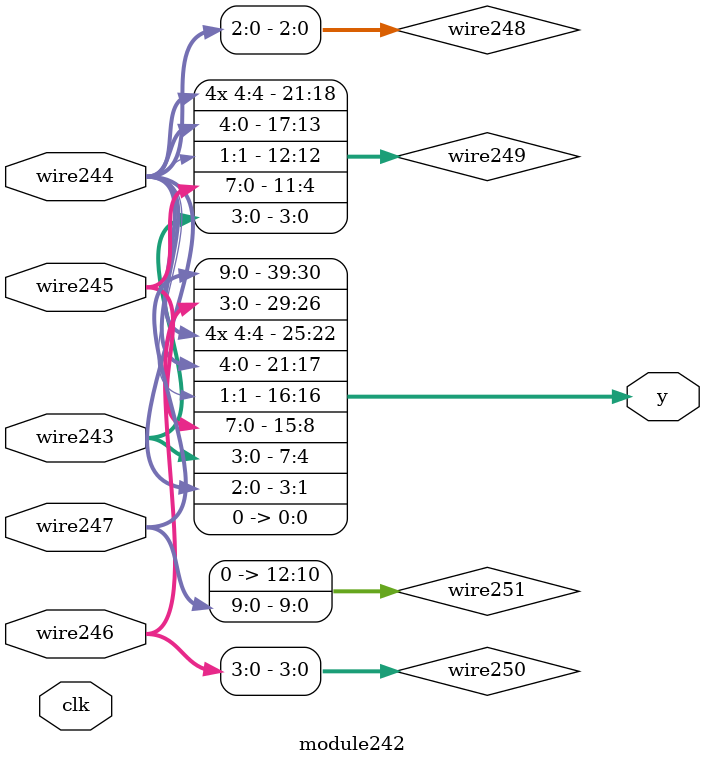
<source format=v>
module top  (y, clk, wire3, wire2, wire1, wire0);
  output wire [(32'h292):(32'h0)] y;
  input wire [(1'h0):(1'h0)] clk;
  input wire [(4'hf):(1'h0)] wire3;
  input wire [(4'hc):(1'h0)] wire2;
  input wire signed [(5'h13):(1'h0)] wire1;
  input wire [(4'hb):(1'h0)] wire0;
  wire [(3'h5):(1'h0)] wire173;
  wire [(4'hd):(1'h0)] wire107;
  wire [(3'h7):(1'h0)] wire106;
  wire [(5'h13):(1'h0)] wire105;
  wire [(4'he):(1'h0)] wire104;
  wire [(4'hb):(1'h0)] wire103;
  wire [(4'hb):(1'h0)] wire93;
  wire signed [(3'h7):(1'h0)] wire91;
  wire signed [(4'hc):(1'h0)] wire175;
  wire [(4'hc):(1'h0)] wire182;
  wire signed [(5'h13):(1'h0)] wire258;
  reg [(5'h12):(1'h0)] reg277 = (1'h0);
  reg [(2'h3):(1'h0)] reg276 = (1'h0);
  reg [(5'h10):(1'h0)] reg275 = (1'h0);
  reg [(2'h2):(1'h0)] reg274 = (1'h0);
  reg [(4'he):(1'h0)] reg273 = (1'h0);
  reg [(4'hd):(1'h0)] reg272 = (1'h0);
  reg signed [(3'h4):(1'h0)] reg271 = (1'h0);
  reg signed [(2'h3):(1'h0)] reg270 = (1'h0);
  reg signed [(4'hc):(1'h0)] reg269 = (1'h0);
  reg signed [(4'hb):(1'h0)] reg268 = (1'h0);
  reg [(2'h3):(1'h0)] reg267 = (1'h0);
  reg [(5'h15):(1'h0)] reg266 = (1'h0);
  reg [(5'h10):(1'h0)] reg265 = (1'h0);
  reg [(3'h6):(1'h0)] reg264 = (1'h0);
  reg [(5'h10):(1'h0)] reg263 = (1'h0);
  reg [(5'h11):(1'h0)] reg262 = (1'h0);
  reg [(4'hd):(1'h0)] reg261 = (1'h0);
  reg [(5'h11):(1'h0)] reg260 = (1'h0);
  reg [(4'hc):(1'h0)] reg110 = (1'h0);
  reg signed [(4'hd):(1'h0)] reg109 = (1'h0);
  reg [(3'h7):(1'h0)] reg108 = (1'h0);
  reg signed [(5'h12):(1'h0)] reg102 = (1'h0);
  reg signed [(5'h13):(1'h0)] reg101 = (1'h0);
  reg signed [(4'h8):(1'h0)] reg100 = (1'h0);
  reg [(3'h6):(1'h0)] reg99 = (1'h0);
  reg signed [(2'h2):(1'h0)] reg98 = (1'h0);
  reg signed [(5'h10):(1'h0)] reg97 = (1'h0);
  reg signed [(4'ha):(1'h0)] reg96 = (1'h0);
  reg [(4'hf):(1'h0)] reg95 = (1'h0);
  reg [(5'h10):(1'h0)] reg94 = (1'h0);
  reg signed [(4'hb):(1'h0)] reg12 = (1'h0);
  reg signed [(5'h10):(1'h0)] reg11 = (1'h0);
  reg signed [(4'h8):(1'h0)] reg10 = (1'h0);
  reg [(2'h2):(1'h0)] reg9 = (1'h0);
  reg signed [(5'h14):(1'h0)] reg8 = (1'h0);
  reg [(5'h14):(1'h0)] reg7 = (1'h0);
  reg signed [(4'hd):(1'h0)] reg6 = (1'h0);
  reg [(3'h7):(1'h0)] reg5 = (1'h0);
  reg [(5'h13):(1'h0)] reg4 = (1'h0);
  reg [(4'hd):(1'h0)] reg176 = (1'h0);
  reg [(4'ha):(1'h0)] reg177 = (1'h0);
  reg signed [(4'hd):(1'h0)] reg178 = (1'h0);
  reg [(5'h11):(1'h0)] reg179 = (1'h0);
  reg [(2'h3):(1'h0)] reg180 = (1'h0);
  reg signed [(4'h8):(1'h0)] reg181 = (1'h0);
  assign y = {wire173,
                 wire107,
                 wire106,
                 wire105,
                 wire104,
                 wire103,
                 wire93,
                 wire91,
                 wire175,
                 wire182,
                 wire258,
                 reg277,
                 reg276,
                 reg275,
                 reg274,
                 reg273,
                 reg272,
                 reg271,
                 reg270,
                 reg269,
                 reg268,
                 reg267,
                 reg266,
                 reg265,
                 reg264,
                 reg263,
                 reg262,
                 reg261,
                 reg260,
                 reg110,
                 reg109,
                 reg108,
                 reg102,
                 reg101,
                 reg100,
                 reg99,
                 reg98,
                 reg97,
                 reg96,
                 reg95,
                 reg94,
                 reg12,
                 reg11,
                 reg10,
                 reg9,
                 reg8,
                 reg7,
                 reg6,
                 reg5,
                 reg4,
                 reg176,
                 reg177,
                 reg178,
                 reg179,
                 reg180,
                 reg181,
                 (1'h0)};
  always
    @(posedge clk) begin
      reg4 <= wire3;
      reg5 <= (reg4 ?
          (wire1[(4'h9):(3'h7)] | $signed((-$unsigned(wire1)))) : wire2[(2'h3):(2'h3)]);
      if ($signed($signed((((|reg5) ?
          (reg4 ? wire0 : wire3) : $signed(wire3)) << wire0))))
        begin
          reg6 <= (8'had);
          reg7 <= wire3[(4'hb):(2'h2)];
          reg8 <= reg6[(3'h6):(3'h6)];
          if (((wire0 >>> ((~{wire0,
              wire3}) >= (wire2[(4'h9):(3'h6)] << (wire3 + wire1)))) * $signed($signed(($signed(wire0) ?
              wire0 : (reg7 ? (7'h44) : wire3))))))
            begin
              reg9 <= $unsigned(((^$signed($signed(reg4))) ?
                  ($unsigned((&(8'hbb))) * $signed((&reg8))) : wire3[(4'hd):(3'h7)]));
              reg10 <= (~|(({((8'hb1) <= wire3)} ?
                      (+reg4[(3'h7):(3'h5)]) : ((reg5 || wire3) >> reg5)) ?
                  wire3[(4'he):(4'h9)] : (^~{$unsigned(reg8)})));
            end
          else
            begin
              reg9 <= ({((((8'ha7) ? reg10 : wire0) ?
                          (wire1 < wire0) : (wire3 >> reg9)) < reg9[(1'h1):(1'h0)])} ?
                  reg9 : wire2[(2'h2):(2'h2)]);
              reg10 <= reg7;
              reg11 <= ((((~^(reg4 ? reg9 : reg10)) ?
                      (+((8'h9e) ? wire2 : (7'h42))) : $signed((^~wire1))) ?
                  $signed((reg10[(3'h5):(1'h1)] ?
                      (|wire1) : (^(8'ha6)))) : reg9[(1'h0):(1'h0)]) > wire0);
            end
          reg12 <= ($unsigned({$signed((^reg9))}) >> ($unsigned(reg8) ?
              (reg9[(1'h1):(1'h0)] << reg4) : wire1[(4'h9):(3'h5)]));
        end
      else
        begin
          reg6 <= reg4[(3'h7):(1'h0)];
          if ((+(wire3 ?
              (+{wire3[(3'h5):(3'h5)],
                  (reg10 ? reg12 : wire3)}) : (^wire2[(2'h3):(1'h0)]))))
            begin
              reg7 <= ({(-{(~|(8'h9c)), (reg8 ? wire3 : reg4)})} ?
                  $unsigned({$signed({reg5}),
                      $unsigned(reg11[(2'h2):(1'h0)])}) : {reg10[(1'h0):(1'h0)]});
            end
          else
            begin
              reg7 <= reg10;
              reg8 <= (~|{$signed($signed($signed((8'hb6))))});
            end
          reg9 <= ($signed(reg8) != reg9);
          reg10 <= (8'haa);
        end
    end
  module13 #() modinst92 (.y(wire91), .wire17(reg6), .wire16(reg11), .clk(clk), .wire15(reg7), .wire14(reg4));
  assign wire93 = ((8'hbb) || ((8'haa) ?
                      (~$unsigned((reg10 <= reg10))) : {$unsigned(wire2),
                          ($signed(wire91) * $signed(wire1))}));
  always
    @(posedge clk) begin
      if ($signed({(reg6[(4'hb):(2'h3)] * $signed((~(8'hbf))))}))
        begin
          reg94 <= {{reg10[(4'h8):(3'h5)],
                  (+(((8'ha6) == wire2) ?
                      $unsigned(wire0) : reg7[(5'h11):(3'h4)]))},
              (^(($signed(reg4) <= (-wire1)) ?
                  reg8[(4'ha):(1'h0)] : ($signed(wire2) >> ((8'hab) < reg5))))};
          reg95 <= ((~^$unsigned($signed((wire91 || wire0)))) <<< $signed(((8'hac) ?
              $signed((^(8'hae))) : $signed(wire93))));
          reg96 <= reg4[(4'hd):(2'h2)];
          reg97 <= (((~|wire2) ?
              (reg9[(1'h0):(1'h0)] ?
                  $signed((reg12 ? (8'hb4) : wire91)) : ((wire1 ?
                          wire91 : reg6) ?
                      $unsigned(reg5) : $signed(reg96))) : (-(8'hba))) > (+({wire0[(1'h0):(1'h0)]} ?
              ((wire0 ^ (8'hbf)) ?
                  $signed(reg5) : reg5[(2'h3):(2'h2)]) : reg95)));
          reg98 <= (($signed({(wire3 - (8'hb1))}) < wire1) >= (&wire1[(4'hb):(4'h9)]));
        end
      else
        begin
          reg94 <= $unsigned((~^($signed((wire2 | reg97)) >= {reg98[(1'h1):(1'h1)],
              (&(8'hb4))})));
          reg95 <= (reg8 > reg12);
          reg96 <= (&($signed(($unsigned(reg96) <<< ((8'h9c) ?
                  wire2 : reg98))) ?
              ((~|$unsigned(reg9)) == $signed($unsigned(reg5))) : (wire3[(4'h8):(4'h8)] | (reg7[(3'h5):(2'h2)] ?
                  (~&wire0) : (~&wire3)))));
        end
      reg99 <= $signed(({$unsigned($unsigned(reg9)), reg4[(3'h4):(3'h4)]} ?
          ($signed((&reg12)) >= (((8'ha6) ? reg7 : reg12) < {reg97,
              reg94})) : (reg94[(3'h6):(1'h1)] >>> wire3[(3'h6):(3'h5)])));
      reg100 <= $unsigned((~($signed(reg7) ?
          reg8[(4'hb):(3'h7)] : $unsigned($unsigned(wire91)))));
      reg101 <= (+(reg4[(3'h4):(2'h2)] ?
          (^reg97) : {(+((8'ha8) ? wire3 : wire93)), (~|reg5)}));
      reg102 <= {(~&$signed({(reg10 * wire2), $unsigned((8'hb2))})),
          (~^(({reg95, wire93} ?
              (reg100 ?
                  (8'hbd) : reg5) : $unsigned(reg12)) & (reg12[(4'ha):(4'h8)] != (+wire1))))};
    end
  assign wire103 = $signed($unsigned((wire91 ?
                       $unsigned(reg94[(4'hf):(3'h4)]) : $signed({wire91}))));
  assign wire104 = $signed(reg97);
  assign wire105 = ($signed($unsigned(reg11)) != (($signed((&reg96)) ?
                           reg10 : $unsigned(wire91[(3'h4):(1'h0)])) ?
                       reg5[(3'h4):(1'h0)] : (-wire2)));
  assign wire106 = $unsigned(reg99[(3'h4):(3'h4)]);
  assign wire107 = (~((|$signed((reg12 ? reg8 : wire3))) ^~ reg98));
  always
    @(posedge clk) begin
      reg108 <= (wire103[(1'h1):(1'h0)] <= ((((wire91 ? reg94 : wire105) ?
              $signed(wire107) : (^reg7)) ?
          {(reg8 + wire91)} : reg4[(4'h9):(4'h8)]) - $unsigned({(wire0 ?
              reg9 : reg99)})));
      reg109 <= ($unsigned((~((8'h9f) & (reg5 ? wire106 : reg12)))) || wire0);
      reg110 <= $signed(reg108[(3'h6):(3'h5)]);
    end
  module111 #() modinst174 (wire173, clk, reg95, reg8, reg4, wire107);
  assign wire175 = ((reg98[(2'h2):(1'h0)] ?
                       (|(reg101[(3'h6):(2'h2)] ?
                           reg108[(3'h7):(1'h0)] : (~^wire173))) : wire173[(2'h2):(1'h0)]) * $signed($unsigned({((8'haa) ?
                           reg9 : (8'hb5)),
                       reg12})));
  always
    @(posedge clk) begin
      reg176 <= reg96;
      reg177 <= (((($signed(reg108) - (~&reg110)) ?
              {((8'ha6) ? wire107 : wire3),
                  wire104[(1'h0):(1'h0)]} : reg7[(2'h2):(2'h2)]) >> $signed(reg98[(2'h2):(2'h2)])) ?
          (8'ha3) : reg7[(2'h2):(2'h2)]);
      if ($unsigned($signed(($signed({(8'ha4)}) ?
          ((&wire104) & $unsigned((8'hb6))) : $signed((reg177 >> reg11))))))
        begin
          reg178 <= (reg99[(3'h6):(3'h5)] >> {((8'hba) < $signed({reg98,
                  reg110}))});
        end
      else
        begin
          reg178 <= reg95[(4'hd):(2'h2)];
        end
      reg179 <= ($signed(((reg11 ? reg177[(1'h0):(1'h0)] : $signed(wire175)) ?
              (reg7[(4'hd):(1'h1)] >= ((7'h43) ?
                  wire103 : wire2)) : ((~wire3) > $unsigned(reg101)))) ?
          reg11[(1'h0):(1'h0)] : reg6);
      if (((wire1[(4'h9):(3'h4)] ? (|$unsigned(wire103)) : reg110) ?
          $unsigned((({reg176} || $signed((8'hac))) ~^ ($unsigned(wire3) ?
              wire2 : {wire106}))) : (reg96 ?
              {$signed(((8'hac) ? reg101 : reg177)),
                  (~(reg7 ? wire107 : reg12))} : ($unsigned((reg8 ?
                  wire3 : wire104)) << (^(^~reg9))))))
        begin
          reg180 <= $unsigned(wire91);
        end
      else
        begin
          reg180 <= $signed(($signed((8'ha5)) << (((reg98 ?
              reg176 : reg12) >>> $unsigned(reg97)) & $unsigned((reg177 ?
              reg9 : reg180)))));
          reg181 <= {$unsigned(reg97[(3'h6):(1'h0)])};
        end
    end
  assign wire182 = ($signed($signed(((reg101 - wire105) ^ (|wire3)))) ?
                       reg5[(3'h4):(1'h0)] : $unsigned($unsigned(($signed((7'h40)) >> (+reg98)))));
  module183 #() modinst259 (wire258, clk, reg97, wire105, reg4, reg102);
  always
    @(posedge clk) begin
      reg260 <= $unsigned(wire258);
      reg261 <= reg97;
      if (((wire2[(3'h4):(2'h3)] ?
          ((reg108 ? $signed(reg96) : (~reg260)) ?
              (~$signed(reg109)) : $signed(wire173)) : ($unsigned({(8'ha2)}) ^~ wire105)) >= $signed((!reg6))))
        begin
          if ($unsigned({$unsigned(($unsigned((8'h9d)) ?
                  (wire107 ? reg108 : reg98) : reg9))}))
            begin
              reg262 <= ($signed(reg176[(2'h3):(2'h2)]) ?
                  (~^{$unsigned($signed(wire182)),
                      ($signed(reg110) > $unsigned(reg8))}) : (reg180 - ($unsigned(wire106) ?
                      ({(8'ha3)} >= (reg9 || (8'had))) : {(reg95 ?
                              wire175 : reg176)})));
            end
          else
            begin
              reg262 <= {({(~|(reg177 <= (8'h9c))), reg260[(4'hf):(4'hb)]} ?
                      (~wire2[(1'h1):(1'h0)]) : {((~wire173) || {(8'hba)})})};
              reg263 <= $unsigned($unsigned({reg11[(1'h0):(1'h0)]}));
              reg264 <= (~^$unsigned(({(reg8 == wire258), (8'hbd)} ?
                  (((8'h9f) << wire3) >>> $unsigned(reg7)) : $signed((+reg4)))));
            end
          reg265 <= reg97[(1'h0):(1'h0)];
        end
      else
        begin
          reg262 <= (reg178 ?
              (~^{(!reg108),
                  ((wire173 == reg94) ? wire91 : {reg99, wire0})}) : ((({wire91,
                              wire1} ?
                          reg100[(2'h3):(1'h1)] : $signed(wire105)) ?
                      (reg181[(3'h7):(1'h1)] ?
                          wire1 : wire103) : (wire107[(3'h7):(2'h2)] | reg5)) ?
                  (~(reg265[(2'h3):(2'h3)] ?
                      (wire103 ?
                          reg263 : wire91) : {(7'h40)})) : wire106[(3'h7):(3'h6)]));
          if (reg100)
            begin
              reg263 <= $unsigned(wire0);
              reg264 <= (~^$unsigned($signed({reg95[(1'h0):(1'h0)]})));
            end
          else
            begin
              reg263 <= {reg178};
              reg264 <= wire2;
              reg265 <= ((reg180 <<< wire0) >= wire182);
              reg266 <= ((!reg263) ?
                  (reg110 ^ (reg177 ?
                      reg8 : $signed(((8'hbb) > reg101)))) : wire107);
            end
          reg267 <= $signed($unsigned(reg263));
          reg268 <= ((^(wire0[(3'h4):(1'h0)] ?
              reg102[(1'h1):(1'h1)] : wire93)) > reg263);
          reg269 <= ((8'ha3) + reg96);
        end
      if (wire173[(2'h2):(2'h2)])
        begin
          reg270 <= {reg108};
          reg271 <= (wire258[(4'he):(3'h6)] ? reg262 : (8'hb1));
          reg272 <= (reg270[(1'h1):(1'h0)] ?
              ($signed($unsigned(((8'haa) | (8'ha3)))) > (reg263[(3'h6):(1'h0)] ?
                  $signed({(8'hb2)}) : reg262)) : (~|((~^$unsigned(reg11)) <= $unsigned((reg176 >>> reg110)))));
          if (wire103[(3'h7):(3'h4)])
            begin
              reg273 <= wire258;
              reg274 <= reg178[(4'h9):(4'h9)];
              reg275 <= (reg97 ?
                  (($signed(reg274[(1'h0):(1'h0)]) && ((reg6 ?
                      (8'hb6) : reg8) >> $signed(reg8))) + {((reg101 ?
                          reg96 : (8'ha1)) << $signed((7'h43)))}) : (~|(((wire258 ^ reg271) < $signed((8'hb8))) - $unsigned($unsigned(reg109)))));
              reg276 <= $unsigned((({((8'hb6) ? reg99 : wire104)} ?
                  $signed(wire104) : $signed($signed(reg6))) >> (&{$unsigned(reg274),
                  (reg267 <= reg102)})));
            end
          else
            begin
              reg273 <= ((reg5[(2'h3):(2'h2)] >> reg271) * reg102[(4'hd):(3'h6)]);
            end
        end
      else
        begin
          reg270 <= (^~$unsigned(($unsigned((wire106 ?
              wire0 : reg12)) * {reg102[(4'he):(4'h8)]})));
          if ((~(((~^$signed((8'hb5))) ?
              {(reg10 ? (7'h42) : reg179)} : ($signed(reg181) ?
                  reg98 : $signed(reg176))) & {$unsigned(((8'hac) <<< (7'h43))),
              (((8'hb5) ? (7'h42) : reg181) - {reg9, reg109})})))
            begin
              reg271 <= reg267;
              reg272 <= wire91;
            end
          else
            begin
              reg271 <= ($unsigned(($signed($unsigned(reg276)) == (~{reg275,
                  reg275}))) > $unsigned($unsigned(reg266)));
              reg272 <= ($unsigned(reg264[(2'h3):(2'h3)]) < $unsigned($signed(reg10)));
            end
          reg273 <= (&$signed($signed($unsigned((wire0 ~^ wire105)))));
          if ($signed(((((reg98 ? wire91 : (8'hb5)) || $unsigned(reg94)) ?
                  ((8'ha5) <<< (~wire3)) : $unsigned((!reg271))) ?
              {reg110[(1'h0):(1'h0)]} : $unsigned(wire93[(4'h9):(1'h0)]))))
            begin
              reg274 <= $unsigned($unsigned($signed(reg274)));
            end
          else
            begin
              reg274 <= $signed($unsigned(((!wire104[(2'h3):(2'h3)]) ?
                  $unsigned($unsigned(reg261)) : (8'ha9))));
              reg275 <= ((~^$unsigned((^(+reg266)))) >>> ($signed(((reg264 ?
                      wire107 : reg267) == (reg9 + reg268))) ?
                  reg274[(1'h0):(1'h0)] : $unsigned($unsigned($unsigned((8'haa))))));
              reg276 <= reg275;
            end
        end
      reg277 <= (reg176[(3'h5):(3'h5)] ?
          $unsigned($signed(wire107[(1'h1):(1'h0)])) : $unsigned($unsigned($signed($unsigned(reg95)))));
    end
endmodule

module module183  (y, clk, wire184, wire185, wire186, wire187);
  output wire [(32'h27e):(32'h0)] y;
  input wire [(1'h0):(1'h0)] clk;
  input wire signed [(5'h10):(1'h0)] wire184;
  input wire signed [(4'h9):(1'h0)] wire185;
  input wire signed [(5'h13):(1'h0)] wire186;
  input wire [(5'h10):(1'h0)] wire187;
  wire [(4'hc):(1'h0)] wire257;
  wire signed [(4'ha):(1'h0)] wire256;
  wire [(4'hd):(1'h0)] wire210;
  wire [(5'h10):(1'h0)] wire215;
  wire signed [(4'ha):(1'h0)] wire216;
  wire [(3'h7):(1'h0)] wire217;
  wire [(3'h4):(1'h0)] wire218;
  wire signed [(5'h12):(1'h0)] wire222;
  wire signed [(5'h13):(1'h0)] wire223;
  wire [(5'h13):(1'h0)] wire224;
  wire [(2'h2):(1'h0)] wire225;
  wire signed [(2'h3):(1'h0)] wire226;
  wire [(4'hc):(1'h0)] wire227;
  wire [(2'h3):(1'h0)] wire228;
  wire [(4'h8):(1'h0)] wire241;
  wire [(4'ha):(1'h0)] wire254;
  reg [(3'h5):(1'h0)] reg240 = (1'h0);
  reg signed [(5'h14):(1'h0)] reg239 = (1'h0);
  reg signed [(4'hf):(1'h0)] reg238 = (1'h0);
  reg [(3'h6):(1'h0)] reg237 = (1'h0);
  reg [(4'hf):(1'h0)] reg236 = (1'h0);
  reg [(3'h7):(1'h0)] reg235 = (1'h0);
  reg signed [(5'h10):(1'h0)] reg234 = (1'h0);
  reg signed [(4'h8):(1'h0)] reg233 = (1'h0);
  reg [(2'h2):(1'h0)] reg232 = (1'h0);
  reg signed [(5'h14):(1'h0)] reg231 = (1'h0);
  reg [(4'hb):(1'h0)] reg230 = (1'h0);
  reg signed [(4'hc):(1'h0)] reg229 = (1'h0);
  reg signed [(4'h8):(1'h0)] reg221 = (1'h0);
  reg signed [(4'hf):(1'h0)] reg220 = (1'h0);
  reg signed [(5'h10):(1'h0)] reg219 = (1'h0);
  reg signed [(5'h13):(1'h0)] reg214 = (1'h0);
  reg [(3'h6):(1'h0)] reg213 = (1'h0);
  reg [(2'h3):(1'h0)] reg212 = (1'h0);
  reg signed [(4'h9):(1'h0)] reg211 = (1'h0);
  reg signed [(5'h11):(1'h0)] reg209 = (1'h0);
  reg [(4'h8):(1'h0)] reg208 = (1'h0);
  reg [(5'h10):(1'h0)] reg207 = (1'h0);
  reg [(3'h6):(1'h0)] reg206 = (1'h0);
  reg signed [(3'h6):(1'h0)] reg205 = (1'h0);
  reg signed [(4'hf):(1'h0)] reg204 = (1'h0);
  reg [(3'h4):(1'h0)] reg203 = (1'h0);
  reg [(3'h6):(1'h0)] reg202 = (1'h0);
  reg signed [(2'h3):(1'h0)] reg201 = (1'h0);
  reg [(3'h6):(1'h0)] reg200 = (1'h0);
  reg [(5'h14):(1'h0)] reg199 = (1'h0);
  reg signed [(5'h13):(1'h0)] reg198 = (1'h0);
  reg [(2'h3):(1'h0)] reg197 = (1'h0);
  reg [(4'hf):(1'h0)] reg196 = (1'h0);
  reg [(4'h8):(1'h0)] reg195 = (1'h0);
  reg signed [(4'hd):(1'h0)] reg194 = (1'h0);
  reg signed [(4'hc):(1'h0)] reg193 = (1'h0);
  reg signed [(5'h14):(1'h0)] reg192 = (1'h0);
  reg [(3'h7):(1'h0)] reg191 = (1'h0);
  reg signed [(5'h13):(1'h0)] reg190 = (1'h0);
  reg signed [(5'h10):(1'h0)] reg189 = (1'h0);
  reg [(5'h13):(1'h0)] reg188 = (1'h0);
  assign y = {wire257,
                 wire256,
                 wire210,
                 wire215,
                 wire216,
                 wire217,
                 wire218,
                 wire222,
                 wire223,
                 wire224,
                 wire225,
                 wire226,
                 wire227,
                 wire228,
                 wire241,
                 wire254,
                 reg240,
                 reg239,
                 reg238,
                 reg237,
                 reg236,
                 reg235,
                 reg234,
                 reg233,
                 reg232,
                 reg231,
                 reg230,
                 reg229,
                 reg221,
                 reg220,
                 reg219,
                 reg214,
                 reg213,
                 reg212,
                 reg211,
                 reg209,
                 reg208,
                 reg207,
                 reg206,
                 reg205,
                 reg204,
                 reg203,
                 reg202,
                 reg201,
                 reg200,
                 reg199,
                 reg198,
                 reg197,
                 reg196,
                 reg195,
                 reg194,
                 reg193,
                 reg192,
                 reg191,
                 reg190,
                 reg189,
                 reg188,
                 (1'h0)};
  always
    @(posedge clk) begin
      if (((wire186 != wire186) > {(~|$signed($signed(wire187)))}))
        begin
          if (((($signed(((8'ha1) ? wire185 : wire187)) ?
                      wire187[(4'he):(4'he)] : (~&$unsigned(wire186))) ?
                  ($unsigned((wire184 && wire185)) ?
                      (wire187 ?
                          (~^wire184) : {wire187,
                              wire185}) : $unsigned((wire186 ?
                          wire185 : wire184))) : {wire185[(3'h7):(2'h2)]}) ?
              {$signed($signed(((8'hab) ? wire186 : wire187))),
                  $signed(wire184[(4'hb):(4'hb)])} : (^{wire187,
                  $unsigned((wire184 && wire184))})))
            begin
              reg188 <= (~&$unsigned((8'hb7)));
              reg189 <= {$unsigned(reg188[(2'h3):(2'h3)])};
            end
          else
            begin
              reg188 <= wire187;
            end
          reg190 <= (-{((wire186 ?
                  $unsigned(reg189) : $unsigned((8'ha3))) == (~|$signed(reg189)))});
        end
      else
        begin
          if (reg189[(2'h2):(1'h0)])
            begin
              reg188 <= $unsigned((wire186 << {(wire187[(4'hf):(4'hb)] || reg190)}));
              reg189 <= {$unsigned({$signed((|wire187))}),
                  {(^~$signed($signed((8'hb7))))}};
            end
          else
            begin
              reg188 <= wire185[(1'h0):(1'h0)];
              reg189 <= reg189;
              reg190 <= {reg189, wire187[(3'h4):(1'h0)]};
              reg191 <= $unsigned(reg189[(3'h7):(3'h6)]);
              reg192 <= wire186[(5'h12):(4'he)];
            end
        end
      if (wire184)
        begin
          reg193 <= $unsigned((~^(~^$unsigned($unsigned((8'hb6))))));
          reg194 <= $unsigned((~reg193));
          reg195 <= ({(~^(^~(reg194 != reg192))),
              wire186[(1'h1):(1'h0)]} ^~ (!$signed((|(~|reg192)))));
          reg196 <= reg191[(1'h1):(1'h1)];
          if (((reg189[(2'h3):(1'h0)] | ((reg194[(3'h5):(3'h4)] ?
                  $signed(wire187) : (reg191 ? reg194 : reg191)) ?
              (~|(reg192 < wire186)) : $signed(reg196[(1'h1):(1'h0)]))) >> wire185[(3'h6):(1'h1)]))
            begin
              reg197 <= (-$unsigned({$signed((reg191 ? wire186 : wire186)),
                  wire186[(4'hc):(4'hc)]}));
              reg198 <= $signed(reg190);
              reg199 <= (+$signed({$signed($unsigned(reg189))}));
              reg200 <= reg199;
              reg201 <= ($unsigned(wire187) >> wire185[(1'h1):(1'h0)]);
            end
          else
            begin
              reg197 <= ($signed(reg193[(4'hb):(4'hb)]) | (7'h42));
              reg198 <= reg195;
              reg199 <= (|(&$unsigned((reg190 ?
                  $unsigned(reg201) : (!reg193)))));
            end
        end
      else
        begin
          if ((((wire187[(5'h10):(3'h7)] & {(~(8'ha9)),
              (wire184 ?
                  reg189 : reg188)}) * reg190) ^~ ($signed(wire187) << $unsigned(reg191))))
            begin
              reg193 <= (($unsigned($signed({wire184,
                  (8'ha7)})) > (8'hb3)) && wire187);
            end
          else
            begin
              reg193 <= reg200[(2'h3):(1'h1)];
              reg194 <= ((+$signed((-{(8'hac)}))) * ($signed($unsigned((!reg188))) ?
                  ({$unsigned(reg196)} << reg198[(2'h2):(1'h1)]) : (reg188 ^~ (reg194 ?
                      (^wire184) : $unsigned(wire187)))));
            end
        end
      reg202 <= reg198;
      if ((((^reg191[(1'h0):(1'h0)]) != $unsigned($signed(wire184[(1'h0):(1'h0)]))) ?
          reg191 : {(reg200 ?
                  (^~(8'hbc)) : $signed((reg193 ? reg196 : reg193)))}))
        begin
          reg203 <= reg189;
        end
      else
        begin
          if (($unsigned($unsigned((|reg197[(1'h1):(1'h1)]))) << ($unsigned($signed({reg200,
                  reg199})) ?
              {((^reg199) ^ {reg198}),
                  reg200} : $signed(wire185[(2'h2):(2'h2)]))))
            begin
              reg203 <= (reg188 ?
                  reg195[(1'h1):(1'h0)] : (~|$signed({reg202,
                      ((8'hbb) ? (8'hba) : wire186)})));
              reg204 <= ($unsigned($signed($signed(reg198))) ?
                  wire186[(5'h13):(4'h9)] : ((|$unsigned((~^reg200))) | ($unsigned((reg199 ?
                          reg198 : reg199)) ?
                      (wire184[(4'hd):(4'h8)] ?
                          (|reg201) : (+reg192)) : {{wire187}})));
            end
          else
            begin
              reg203 <= reg193;
              reg204 <= reg188[(5'h13):(4'h8)];
              reg205 <= {(wire184 ?
                      (reg194[(3'h4):(2'h2)] == $signed(reg198[(5'h13):(5'h10)])) : (!(!((8'hb0) ?
                          reg199 : wire186))))};
            end
          reg206 <= reg199[(4'h8):(1'h1)];
        end
      if ({wire186[(4'hd):(1'h0)]})
        begin
          reg207 <= {$unsigned({(~(&wire187)),
                  $unsigned((reg192 ? reg197 : reg193))}),
              (reg206 ?
                  $unsigned($unsigned(((8'ha1) ?
                      reg200 : reg193))) : {$signed(reg193),
                      (|reg194[(2'h2):(1'h1)])})};
        end
      else
        begin
          reg207 <= ((reg201 > (-$signed($unsigned(reg190)))) ?
              ((~$signed((8'hb4))) ?
                  reg206 : $signed($unsigned((reg189 ?
                      reg188 : reg188)))) : {((8'hb5) ?
                      (|(+(8'ha8))) : $signed(reg205[(1'h0):(1'h0)]))});
          reg208 <= reg199[(4'hb):(1'h0)];
          reg209 <= (!($unsigned(((~&reg193) >>> (~|reg205))) ?
              (!reg207) : (!{reg189, {reg202, reg197}})));
        end
    end
  assign wire210 = reg203[(3'h4):(3'h4)];
  always
    @(posedge clk) begin
      reg211 <= reg204[(1'h0):(1'h0)];
      reg212 <= {reg209[(4'hd):(3'h5)]};
      reg213 <= reg207;
      reg214 <= $unsigned($unsigned((((~&reg196) ^~ (reg213 | reg196)) ?
          (~^$signed(wire185)) : reg193)));
    end
  assign wire215 = $unsigned((&(reg214 ?
                       (reg214 > ((7'h42) == reg192)) : (^wire210))));
  assign wire216 = (^(|reg191));
  assign wire217 = $unsigned(((~&reg213[(1'h1):(1'h0)]) ?
                       (!(!{(8'hb4), reg199})) : $unsigned(({reg199} ?
                           (reg205 ? reg206 : reg211) : $signed(wire216)))));
  assign wire218 = $unsigned({(8'ha3), reg213[(1'h0):(1'h0)]});
  always
    @(posedge clk) begin
      reg219 <= (-(((!(reg201 ? reg193 : reg193)) ?
              reg204 : $signed((reg196 ? wire187 : reg205))) ?
          reg209 : $unsigned(reg200[(3'h5):(1'h1)])));
      reg220 <= {$unsigned($signed($signed($signed((8'ha8)))))};
      reg221 <= ($signed(reg196) > $unsigned(reg204[(1'h1):(1'h1)]));
    end
  assign wire222 = (+(reg190 | $signed((8'hac))));
  assign wire223 = reg208;
  assign wire224 = ($unsigned($signed(wire187[(4'hb):(4'hb)])) ?
                       {{{wire210, (reg190 - reg189)}},
                           $signed(wire217[(3'h4):(1'h0)])} : ($signed(reg211[(4'h9):(1'h0)]) && (~|(^~(wire185 ^~ reg208)))));
  assign wire225 = wire223[(1'h1):(1'h1)];
  assign wire226 = (reg205[(1'h1):(1'h0)] == $unsigned((reg220[(4'h8):(3'h6)] ?
                       $unsigned(reg189) : $signed({reg209}))));
  assign wire227 = (($unsigned(((^~(8'hac)) + reg208[(3'h6):(3'h5)])) >= $signed({wire216[(1'h1):(1'h0)],
                           {reg207, wire223}})) ?
                       ({$unsigned(wire187[(3'h7):(3'h6)])} ?
                           wire187 : ({reg199} >>> ($unsigned(reg200) || $signed(wire215)))) : reg199);
  assign wire228 = $unsigned((~|$unsigned(reg191[(3'h7):(2'h2)])));
  always
    @(posedge clk) begin
      if (reg189[(4'hc):(3'h5)])
        begin
          if ($signed(reg202))
            begin
              reg229 <= wire215[(3'h4):(1'h1)];
            end
          else
            begin
              reg229 <= $signed((((reg205[(3'h4):(3'h4)] ?
                  (reg205 ? reg229 : wire185) : (8'hac)) >> $unsigned((reg204 ?
                  reg196 : reg220))) <= (^~$unsigned(wire186[(3'h6):(2'h2)]))));
              reg230 <= (+(^~(reg208 > ($signed(reg192) ?
                  (wire222 >>> wire184) : reg199[(3'h4):(3'h4)]))));
              reg231 <= {(wire187[(4'hc):(4'h9)] != ($signed((reg208 ?
                      (8'ha1) : (8'hb8))) > $signed({reg209}))),
                  $signed($signed($signed($unsigned((8'hbd)))))};
              reg232 <= (($signed(($unsigned(reg201) ?
                          $unsigned(reg230) : (wire226 ? wire224 : wire215))) ?
                      $signed(reg198) : $signed(reg189[(4'hf):(4'h9)])) ?
                  $signed((reg194 <<< (^wire186))) : reg188);
            end
          reg233 <= reg220[(4'hd):(1'h0)];
          reg234 <= $unsigned(($signed(reg202) ?
              ($signed(reg211[(4'h8):(3'h6)]) ?
                  $unsigned(reg199[(1'h0):(1'h0)]) : (wire222[(2'h3):(2'h3)] <<< $signed(wire210))) : {(reg214[(3'h6):(1'h0)] ?
                      (8'hba) : (~|(8'hbc)))}));
          reg235 <= $signed($signed($unsigned($unsigned(reg189[(4'hc):(4'h9)]))));
        end
      else
        begin
          reg229 <= (~(~^$unsigned((|(reg235 * reg196)))));
          if ((^~$unsigned(($signed(((7'h42) <= (8'ha1))) >> $unsigned(wire186)))))
            begin
              reg230 <= $signed((reg231[(4'hc):(4'hc)] ~^ (8'h9c)));
              reg231 <= wire228;
              reg232 <= ((|$unsigned({reg221[(2'h2):(1'h1)],
                  (reg231 ?
                      wire226 : wire215)})) * $unsigned(reg195[(3'h4):(3'h4)]));
              reg233 <= ((wire187 >> (({wire218} ?
                      (wire217 ? wire185 : wire225) : reg204) - {{(8'h9e)},
                      reg209})) ?
                  ((((+reg211) ?
                      {wire184, reg219} : {(8'h9d),
                          (8'hab)}) >> $signed($signed(wire228))) != ($signed($signed(reg188)) ?
                      ((wire226 ?
                          reg195 : reg201) > $signed(wire217)) : reg188[(3'h4):(2'h3)])) : ((wire227 ?
                          (^~reg234) : (~$signed(reg199))) ?
                      ($unsigned(reg202) ?
                          (reg199 ~^ (~&reg231)) : $unsigned(wire185)) : (^$unsigned({reg207}))));
              reg234 <= $unsigned((reg209 ^~ (reg214 != $signed({wire225,
                  reg196}))));
            end
          else
            begin
              reg230 <= (($unsigned((^$signed(reg189))) ?
                      reg211 : $unsigned(((wire210 ?
                          reg213 : wire184) != $unsigned(reg194)))) ?
                  (^(($unsigned((8'hb4)) ?
                      $signed(wire217) : {wire216}) + $unsigned((8'haa)))) : (-$signed(wire217[(2'h2):(1'h1)])));
              reg231 <= reg195;
              reg232 <= ((8'had) != $signed(((^(wire226 ?
                  (8'haf) : wire216)) << reg208)));
              reg233 <= reg206;
            end
          reg235 <= $signed({{reg189[(1'h1):(1'h0)]}});
          reg236 <= $signed((((wire184 ?
                  (~^reg221) : $signed(reg214)) || (reg230 < (reg232 ?
                  (8'hbc) : reg202))) ?
              $signed(((reg231 ?
                  wire186 : reg208) <= $unsigned(reg198))) : $unsigned({(8'ha7),
                  wire217[(1'h0):(1'h0)]})));
        end
      reg237 <= $unsigned($unsigned((8'ha8)));
      reg238 <= {((|(reg192[(1'h1):(1'h0)] - reg200)) ?
              (!{(8'hb8)}) : {$unsigned($unsigned(reg193))}),
          reg189[(4'ha):(3'h4)]};
      reg239 <= (7'h40);
      reg240 <= $signed($unsigned(reg237[(1'h1):(1'h0)]));
    end
  assign wire241 = $unsigned({(($unsigned(reg203) >>> reg196) ?
                           ({(8'ha1), (8'ha1)} != (reg237 ?
                               (8'ha4) : reg233)) : reg188[(2'h3):(1'h1)])});
  module242 #() modinst255 (wire254, clk, reg196, wire222, reg189, reg207, reg206);
  assign wire256 = $unsigned({$signed((+reg198)), reg208[(3'h5):(1'h1)]});
  assign wire257 = $unsigned(reg219[(4'h8):(4'h8)]);
endmodule

module module111  (y, clk, wire115, wire114, wire113, wire112);
  output wire [(32'haa):(32'h0)] y;
  input wire [(1'h0):(1'h0)] clk;
  input wire signed [(4'hf):(1'h0)] wire115;
  input wire signed [(5'h14):(1'h0)] wire114;
  input wire [(5'h12):(1'h0)] wire113;
  input wire signed [(4'hd):(1'h0)] wire112;
  wire [(5'h11):(1'h0)] wire158;
  wire signed [(3'h5):(1'h0)] wire157;
  wire [(2'h3):(1'h0)] wire156;
  wire [(4'hb):(1'h0)] wire155;
  wire signed [(5'h13):(1'h0)] wire153;
  reg signed [(3'h7):(1'h0)] reg172 = (1'h0);
  reg signed [(4'he):(1'h0)] reg171 = (1'h0);
  reg [(2'h2):(1'h0)] reg170 = (1'h0);
  reg [(5'h12):(1'h0)] reg169 = (1'h0);
  reg [(2'h2):(1'h0)] reg168 = (1'h0);
  reg signed [(4'h9):(1'h0)] reg167 = (1'h0);
  reg signed [(5'h11):(1'h0)] reg166 = (1'h0);
  reg signed [(3'h7):(1'h0)] reg165 = (1'h0);
  reg [(2'h2):(1'h0)] reg164 = (1'h0);
  reg [(3'h4):(1'h0)] reg163 = (1'h0);
  reg [(4'h8):(1'h0)] reg162 = (1'h0);
  reg [(4'ha):(1'h0)] reg161 = (1'h0);
  reg signed [(3'h7):(1'h0)] reg160 = (1'h0);
  reg [(3'h7):(1'h0)] reg159 = (1'h0);
  assign y = {wire158,
                 wire157,
                 wire156,
                 wire155,
                 wire153,
                 reg172,
                 reg171,
                 reg170,
                 reg169,
                 reg168,
                 reg167,
                 reg166,
                 reg165,
                 reg164,
                 reg163,
                 reg162,
                 reg161,
                 reg160,
                 reg159,
                 (1'h0)};
  module116 #() modinst154 (.wire117(wire115), .wire119(wire114), .wire118(wire112), .clk(clk), .y(wire153), .wire120(wire113));
  assign wire155 = $signed(((8'hb4) >>> (($signed(wire115) >>> wire153) ?
                       wire153 : ((wire113 ?
                           wire112 : wire113) > (~wire114)))));
  assign wire156 = $unsigned(($unsigned(({wire155,
                           wire112} | $unsigned(wire113))) ?
                       (8'ha6) : (wire112[(3'h6):(3'h4)] ~^ wire115[(3'h5):(1'h0)])));
  assign wire157 = (~&wire153[(5'h13):(3'h5)]);
  assign wire158 = (wire153[(4'hd):(3'h7)] ?
                       $unsigned(wire155) : (^$signed(({wire114,
                           wire153} + (wire153 ? wire113 : (8'h9e))))));
  always
    @(posedge clk) begin
      reg159 <= $signed($unsigned($signed(wire156)));
      if ((-$unsigned($signed((^~(wire158 ? wire155 : (8'hb6)))))))
        begin
          reg160 <= ($signed(wire155[(4'ha):(2'h3)]) << ($unsigned({{wire153},
              wire157[(3'h5):(3'h5)]}) <= wire153));
          if ((~&(($signed({reg160,
              wire112}) && wire113) & (~^(wire114 >> wire155[(3'h6):(2'h3)])))))
            begin
              reg161 <= (8'ha5);
              reg162 <= ((^(($unsigned(reg161) < wire157) | ((wire112 <<< (8'hb2)) == (wire114 * wire113)))) ?
                  $unsigned(reg160[(2'h3):(1'h0)]) : (~({(wire115 ?
                          (8'hb3) : wire114)} ~^ ((wire112 ^~ wire156) ?
                      wire156 : wire156))));
              reg163 <= {wire112};
            end
          else
            begin
              reg161 <= wire112[(3'h4):(2'h2)];
              reg162 <= wire157[(2'h2):(1'h0)];
              reg163 <= wire157;
            end
          reg164 <= $signed(wire153);
        end
      else
        begin
          if (wire156[(2'h3):(1'h1)])
            begin
              reg160 <= $signed(wire112[(3'h6):(3'h6)]);
              reg161 <= wire157[(2'h2):(2'h2)];
              reg162 <= reg164;
            end
          else
            begin
              reg160 <= wire114;
              reg161 <= (wire155[(3'h6):(3'h5)] && $unsigned(wire155));
              reg162 <= reg163[(1'h0):(1'h0)];
            end
          if ((~((($signed(reg163) + $unsigned(wire158)) ?
              (|$signed((7'h42))) : {(-(7'h40))}) == reg159)))
            begin
              reg163 <= $signed(($signed(reg163[(2'h3):(1'h0)]) ?
                  reg163 : (((reg159 + reg160) ?
                          (wire115 >= wire112) : {wire156}) ?
                      $signed($unsigned(reg159)) : $unsigned((reg161 ?
                          wire113 : reg160)))));
              reg164 <= ($signed(((7'h41) ?
                  ((wire157 ? wire157 : (8'haa)) ?
                      reg162 : (wire156 && wire155)) : (|wire112[(2'h3):(1'h0)]))) >= wire115);
              reg165 <= ((-$signed((reg160 ?
                  (^~reg159) : wire157))) <= ($unsigned(wire113[(2'h2):(1'h1)]) ?
                  $unsigned(reg163[(2'h3):(2'h3)]) : $unsigned(({wire112} ?
                      (^~reg163) : $signed(reg159)))));
              reg166 <= (8'hb6);
              reg167 <= wire158[(4'hf):(2'h2)];
            end
          else
            begin
              reg163 <= (+(reg165 ?
                  $unsigned(wire113) : $unsigned($unsigned((&(8'ha1))))));
              reg164 <= reg166[(4'hc):(1'h0)];
            end
          reg168 <= $unsigned($unsigned($signed((~$unsigned(reg162)))));
          if (((~&(((reg162 ? (8'ha0) : (8'hb0)) != wire113[(2'h2):(1'h0)]) ?
              $unsigned(wire158[(4'ha):(3'h5)]) : wire115[(4'hf):(4'hb)])) >>> $signed($signed(reg159[(2'h2):(2'h2)]))))
            begin
              reg169 <= wire114[(3'h5):(3'h5)];
            end
          else
            begin
              reg169 <= $signed(((~|$unsigned((wire113 >= reg160))) && (~&$signed(wire115))));
              reg170 <= {(~^(!$signed(reg163))),
                  $unsigned($signed(wire114[(3'h5):(2'h3)]))};
              reg171 <= $signed((((^(reg166 != (8'hab))) || wire115[(4'he):(4'h8)]) > $signed($signed(wire112[(3'h7):(3'h7)]))));
            end
        end
      reg172 <= ($signed(wire156[(1'h0):(1'h0)]) ?
          (~(8'hbf)) : (($unsigned(((7'h42) ? reg169 : reg160)) ?
              (reg159[(1'h0):(1'h0)] >>> $unsigned(wire115)) : (~$signed(wire112))) <<< (reg169[(2'h3):(2'h3)] ?
              {((8'h9d) ? wire114 : reg168),
                  $unsigned(wire153)} : (wire156 || (wire158 ?
                  (8'hb4) : wire153)))));
    end
endmodule

module module13
#(parameter param90 = ({{(^((8'hb3) ? (8'h9e) : (8'hb3))), (((8'h9e) ? (7'h44) : (8'ha8)) > {(7'h41), (8'hbd)})}} >>> ({((~&(8'ha2)) < (~(7'h40))), (8'ha6)} > (((8'hb7) & (8'hb4)) ? (+((8'ha6) - (8'hbe))) : ((^(8'ha8)) ? (|(8'hbd)) : (~|(8'h9c)))))))
(y, clk, wire17, wire16, wire15, wire14);
  output wire [(32'h60):(32'h0)] y;
  input wire [(1'h0):(1'h0)] clk;
  input wire [(4'hc):(1'h0)] wire17;
  input wire [(5'h10):(1'h0)] wire16;
  input wire [(5'h14):(1'h0)] wire15;
  input wire signed [(4'hd):(1'h0)] wire14;
  wire [(5'h15):(1'h0)] wire89;
  wire [(4'ha):(1'h0)] wire88;
  wire [(5'h13):(1'h0)] wire87;
  wire [(3'h4):(1'h0)] wire85;
  wire [(5'h12):(1'h0)] wire20;
  wire [(4'he):(1'h0)] wire19;
  wire [(4'h9):(1'h0)] wire18;
  assign y = {wire89, wire88, wire87, wire85, wire20, wire19, wire18, (1'h0)};
  assign wire18 = $signed(wire16);
  assign wire19 = ($signed($signed(wire17)) * (+$unsigned((^~((8'ha0) ?
                      wire17 : (8'hb0))))));
  assign wire20 = wire14[(1'h0):(1'h0)];
  module21 #() modinst86 (.wire25(wire15), .wire23(wire18), .clk(clk), .wire24(wire19), .y(wire85), .wire22(wire16));
  assign wire87 = {wire18};
  assign wire88 = $unsigned($unsigned({wire87[(3'h4):(1'h0)]}));
  assign wire89 = wire20[(1'h1):(1'h0)];
endmodule

module module21
#(parameter param83 = {(((~&(~|(8'hba))) ? (-(&(8'hbd))) : (^(^(8'hb9)))) && (!((~|(8'haf)) ? (8'ha5) : (|(8'h9c)))))}, 
parameter param84 = ((((8'hbf) ? (param83 ? {(8'h9e)} : param83) : ((param83 ? param83 : (8'had)) ? param83 : (param83 <= (8'ha1)))) ? (((param83 & param83) || (^~param83)) ? (param83 ^~ (param83 & param83)) : ({param83} ? (|param83) : (param83 ? (8'hb8) : param83))) : {param83}) ^~ ((param83 != (param83 >= (8'haa))) ^ {((param83 ? param83 : param83) | param83), (8'h9c)})))
(y, clk, wire25, wire24, wire23, wire22);
  output wire [(32'h291):(32'h0)] y;
  input wire [(1'h0):(1'h0)] clk;
  input wire [(5'h14):(1'h0)] wire25;
  input wire signed [(4'he):(1'h0)] wire24;
  input wire [(4'h9):(1'h0)] wire23;
  input wire signed [(3'h6):(1'h0)] wire22;
  wire [(4'hb):(1'h0)] wire82;
  wire [(5'h11):(1'h0)] wire81;
  wire signed [(5'h12):(1'h0)] wire80;
  wire [(3'h7):(1'h0)] wire79;
  wire [(4'ha):(1'h0)] wire78;
  wire [(5'h14):(1'h0)] wire77;
  wire signed [(5'h12):(1'h0)] wire65;
  wire signed [(4'h9):(1'h0)] wire64;
  wire [(5'h15):(1'h0)] wire63;
  wire signed [(5'h10):(1'h0)] wire62;
  wire [(3'h5):(1'h0)] wire61;
  wire [(4'hb):(1'h0)] wire48;
  wire [(3'h5):(1'h0)] wire46;
  wire [(4'h8):(1'h0)] wire45;
  wire [(2'h3):(1'h0)] wire44;
  wire signed [(2'h2):(1'h0)] wire43;
  wire signed [(5'h14):(1'h0)] wire26;
  reg [(5'h13):(1'h0)] reg76 = (1'h0);
  reg [(5'h13):(1'h0)] reg75 = (1'h0);
  reg signed [(4'ha):(1'h0)] reg74 = (1'h0);
  reg [(2'h3):(1'h0)] reg73 = (1'h0);
  reg [(3'h4):(1'h0)] reg72 = (1'h0);
  reg [(2'h3):(1'h0)] reg71 = (1'h0);
  reg signed [(4'h8):(1'h0)] reg70 = (1'h0);
  reg [(4'hd):(1'h0)] reg69 = (1'h0);
  reg [(4'ha):(1'h0)] reg68 = (1'h0);
  reg signed [(4'hf):(1'h0)] reg67 = (1'h0);
  reg [(2'h3):(1'h0)] reg66 = (1'h0);
  reg signed [(3'h5):(1'h0)] reg60 = (1'h0);
  reg [(3'h4):(1'h0)] reg59 = (1'h0);
  reg signed [(5'h10):(1'h0)] reg58 = (1'h0);
  reg signed [(4'ha):(1'h0)] reg57 = (1'h0);
  reg signed [(4'ha):(1'h0)] reg56 = (1'h0);
  reg signed [(4'h9):(1'h0)] reg55 = (1'h0);
  reg [(5'h11):(1'h0)] reg54 = (1'h0);
  reg [(5'h15):(1'h0)] reg53 = (1'h0);
  reg [(5'h10):(1'h0)] reg52 = (1'h0);
  reg [(4'hf):(1'h0)] reg51 = (1'h0);
  reg signed [(3'h4):(1'h0)] reg50 = (1'h0);
  reg signed [(5'h11):(1'h0)] reg49 = (1'h0);
  reg [(4'hb):(1'h0)] reg47 = (1'h0);
  reg signed [(2'h3):(1'h0)] reg42 = (1'h0);
  reg signed [(5'h15):(1'h0)] reg41 = (1'h0);
  reg signed [(3'h4):(1'h0)] reg40 = (1'h0);
  reg signed [(4'h9):(1'h0)] reg39 = (1'h0);
  reg signed [(5'h12):(1'h0)] reg38 = (1'h0);
  reg signed [(5'h10):(1'h0)] reg37 = (1'h0);
  reg [(3'h5):(1'h0)] reg36 = (1'h0);
  reg signed [(5'h12):(1'h0)] reg35 = (1'h0);
  reg signed [(5'h10):(1'h0)] reg34 = (1'h0);
  reg signed [(5'h10):(1'h0)] reg33 = (1'h0);
  reg signed [(3'h7):(1'h0)] reg32 = (1'h0);
  reg [(4'hf):(1'h0)] reg31 = (1'h0);
  reg signed [(4'hb):(1'h0)] reg30 = (1'h0);
  reg [(4'ha):(1'h0)] reg29 = (1'h0);
  reg signed [(4'he):(1'h0)] reg28 = (1'h0);
  reg [(4'ha):(1'h0)] reg27 = (1'h0);
  assign y = {wire82,
                 wire81,
                 wire80,
                 wire79,
                 wire78,
                 wire77,
                 wire65,
                 wire64,
                 wire63,
                 wire62,
                 wire61,
                 wire48,
                 wire46,
                 wire45,
                 wire44,
                 wire43,
                 wire26,
                 reg76,
                 reg75,
                 reg74,
                 reg73,
                 reg72,
                 reg71,
                 reg70,
                 reg69,
                 reg68,
                 reg67,
                 reg66,
                 reg60,
                 reg59,
                 reg58,
                 reg57,
                 reg56,
                 reg55,
                 reg54,
                 reg53,
                 reg52,
                 reg51,
                 reg50,
                 reg49,
                 reg47,
                 reg42,
                 reg41,
                 reg40,
                 reg39,
                 reg38,
                 reg37,
                 reg36,
                 reg35,
                 reg34,
                 reg33,
                 reg32,
                 reg31,
                 reg30,
                 reg29,
                 reg28,
                 reg27,
                 (1'h0)};
  assign wire26 = $unsigned($signed(wire25));
  always
    @(posedge clk) begin
      reg27 <= {{(~|wire22[(3'h6):(2'h3)])},
          ($unsigned($unsigned($signed(wire22))) >= (-wire23))};
      reg28 <= $signed(wire25[(4'hd):(3'h4)]);
      if ((wire22[(3'h4):(3'h4)] ? reg28 : wire24))
        begin
          if (wire23)
            begin
              reg29 <= (((($unsigned((8'ha1)) && $signed(wire26)) * $signed($signed(reg28))) ?
                  $signed(((^wire26) * (reg28 << wire22))) : $unsigned(wire24)) << $signed($unsigned($unsigned(wire23))));
              reg30 <= reg28;
              reg31 <= wire25[(4'hd):(2'h2)];
              reg32 <= wire25;
            end
          else
            begin
              reg29 <= reg28[(2'h2):(2'h2)];
              reg30 <= ((((reg29[(4'h8):(3'h5)] >= reg27[(3'h4):(1'h1)]) * $signed($signed(wire23))) == ((&(|reg30)) ?
                      reg29[(4'h9):(2'h3)] : (~|$unsigned(wire25)))) ?
                  {$unsigned(({reg28, reg30} ^~ $signed(reg31))),
                      (($unsigned(wire26) ?
                              $unsigned(reg29) : {wire24, reg31}) ?
                          {reg30,
                              (|(8'ha0))} : $signed($unsigned(reg28)))} : reg28[(1'h1):(1'h0)]);
              reg31 <= {(~^(reg31[(3'h4):(1'h1)] > ((|wire25) ?
                      $signed(wire25) : reg31[(4'hf):(4'hb)]))),
                  reg31};
              reg32 <= (!$unsigned(wire26[(3'h5):(3'h4)]));
              reg33 <= (!(7'h40));
            end
          reg34 <= wire24;
          reg35 <= wire24[(4'hd):(4'ha)];
          if ($unsigned(((~^$signed((reg34 ?
              reg28 : reg34))) ~^ ($signed((wire22 ?
              (8'ha4) : wire23)) | {((8'hae) ? wire25 : reg29),
              (wire22 ? reg30 : wire22)}))))
            begin
              reg36 <= reg35;
            end
          else
            begin
              reg36 <= ((wire23[(1'h0):(1'h0)] ?
                  {($unsigned(reg33) ^ reg32[(1'h1):(1'h0)])} : {(^$signed(wire26)),
                      $unsigned($unsigned(reg33))}) | $signed(wire23));
              reg37 <= wire25;
              reg38 <= ((wire23 ?
                  (-(reg32[(3'h5):(2'h3)] != $unsigned(reg37))) : reg37) || $signed(($signed($signed(reg27)) <= ($signed((8'ha4)) >> $unsigned(reg37)))));
              reg39 <= {$unsigned(reg27[(4'h9):(4'h9)]), reg36[(2'h3):(1'h1)]};
            end
          reg40 <= $signed(reg36[(1'h1):(1'h1)]);
        end
      else
        begin
          reg29 <= (!reg31[(4'he):(1'h1)]);
        end
      reg41 <= reg38[(4'hc):(1'h0)];
      reg42 <= (~({($signed(reg35) ^~ wire25), reg40} ?
          ((^(-reg30)) ?
              (reg38[(1'h1):(1'h1)] >>> (^reg37)) : (&(reg36 <= (8'ha3)))) : reg40[(1'h1):(1'h0)]));
    end
  assign wire43 = (^~$unsigned((($unsigned(reg30) << $signed(reg29)) * $signed(reg30))));
  assign wire44 = (($unsigned($signed((wire25 ? wire43 : wire43))) ?
                      $signed((|reg37)) : $unsigned(((reg27 != wire26) || (-wire24)))) << ((!wire25[(5'h13):(1'h1)]) ?
                      {$unsigned((reg42 ?
                              reg40 : reg27))} : (($signed(reg37) << reg35) ?
                          {(~reg42)} : (~&reg42))));
  assign wire45 = $unsigned($unsigned(reg32[(3'h6):(3'h4)]));
  assign wire46 = $signed(($unsigned(reg32) + $signed(reg29[(3'h5):(3'h5)])));
  always
    @(posedge clk) begin
      reg47 <= ((reg35 * (wire43[(1'h1):(1'h1)] - reg34[(2'h3):(1'h0)])) ?
          wire23[(3'h5):(2'h3)] : (&(8'hb7)));
    end
  assign wire48 = reg30;
  always
    @(posedge clk) begin
      reg49 <= (((+$unsigned((reg33 ^~ wire48))) ?
              (8'hb5) : $unsigned(wire24[(4'hc):(2'h2)])) ?
          $unsigned(reg32[(3'h4):(1'h1)]) : $signed(wire43[(1'h1):(1'h1)]));
      reg50 <= $signed((reg30[(3'h7):(2'h2)] ? reg34 : reg36));
      reg51 <= (-(^~reg32));
      if ($signed(reg34[(5'h10):(2'h2)]))
        begin
          if ((8'ha2))
            begin
              reg52 <= $unsigned(($signed((|(&reg34))) != wire25));
              reg53 <= (wire46 << reg29[(2'h2):(1'h1)]);
              reg54 <= (reg40 ?
                  $signed(((((8'hac) >> reg33) ?
                          (reg33 ? wire24 : wire43) : wire22[(1'h0):(1'h0)]) ?
                      ((reg51 ? reg35 : reg30) ?
                          {(7'h40)} : reg31[(4'he):(3'h5)]) : $unsigned((wire43 ?
                          reg38 : wire26)))) : $unsigned($signed((8'ha7))));
            end
          else
            begin
              reg52 <= $signed(reg27);
              reg53 <= $signed({reg30,
                  ((~{reg38, reg29}) >= $signed($unsigned(reg31)))});
              reg54 <= {$signed((^$signed(reg35[(4'h9):(4'h8)])))};
            end
          if (wire24)
            begin
              reg55 <= (((($unsigned(wire26) != wire26[(2'h3):(1'h0)]) ^~ wire23[(1'h1):(1'h1)]) <<< $signed(reg54[(2'h2):(2'h2)])) ?
                  reg31[(1'h0):(1'h0)] : $signed(wire25));
            end
          else
            begin
              reg55 <= (wire48 ?
                  wire44 : {(($unsigned(wire23) != reg34[(4'hd):(3'h4)]) ?
                          wire25[(1'h1):(1'h0)] : {(reg42 ?
                                  wire44 : wire48)})});
              reg56 <= ($signed(wire48) ?
                  $signed((($signed(wire48) ? (wire43 >> reg47) : (-reg53)) ?
                      ($unsigned(reg35) > wire22[(2'h3):(1'h0)]) : $signed($signed(reg41)))) : ((8'ha5) * $unsigned($unsigned((reg27 + wire48)))));
            end
          reg57 <= wire44;
        end
      else
        begin
          reg52 <= $unsigned(wire43[(1'h1):(1'h0)]);
        end
      reg58 <= {$signed(($signed((wire43 * (8'hac))) > (8'hb5)))};
    end
  always
    @(posedge clk) begin
      reg59 <= reg56[(3'h4):(1'h1)];
      reg60 <= ($unsigned(reg30) ?
          ($unsigned(((8'hb0) ?
              (^~reg37) : (wire24 >>> reg50))) == wire43[(2'h2):(2'h2)]) : (~&{($signed(wire43) & (&wire24))}));
    end
  assign wire61 = (~^reg27[(3'h5):(2'h2)]);
  assign wire62 = ((((wire46 ?
                          $unsigned(reg39) : (^reg54)) + (wire22 == $signed((8'hb3)))) ?
                      ($unsigned($unsigned(reg42)) ?
                          $signed($unsigned(wire22)) : $signed($unsigned(reg29))) : ($unsigned((reg31 ?
                          wire43 : reg32)) >>> ((wire43 ? wire61 : (8'hb3)) ?
                          $unsigned(reg52) : (reg52 - reg51)))) & $signed((($unsigned(reg34) >= reg39) ^~ ((reg31 ?
                          (8'hb7) : reg36) ?
                      $signed(wire61) : (-reg27)))));
  assign wire63 = ((($unsigned({reg51,
                      reg60}) <<< (wire46[(1'h1):(1'h1)] ^~ $signed(reg49))) & reg60[(2'h2):(1'h0)]) - $unsigned((reg50 != reg52)));
  assign wire64 = reg56[(4'ha):(3'h7)];
  assign wire65 = (8'hb1);
  always
    @(posedge clk) begin
      reg66 <= $unsigned(($signed(wire45) ?
          ($signed((8'ha0)) ?
              $unsigned(((8'ha0) ? reg51 : wire43)) : wire63) : (~^reg49)));
      reg67 <= (~|$unsigned((wire63[(4'h9):(1'h1)] <= $unsigned({(8'hb9)}))));
      if ((((~|{(reg59 ? reg39 : reg47),
              (^wire44)}) != (~($signed(reg28) - reg34[(4'hb):(4'h8)]))) ?
          (&$unsigned((^$signed(reg36)))) : $unsigned((8'haf))))
        begin
          if ($signed($signed((reg67 >>> reg47))))
            begin
              reg68 <= $unsigned((^wire43));
              reg69 <= $signed($unsigned({$unsigned($signed(wire25))}));
            end
          else
            begin
              reg68 <= wire64;
              reg69 <= reg42[(2'h2):(1'h0)];
              reg70 <= reg33[(3'h5):(3'h5)];
              reg71 <= wire64;
            end
          if (reg56[(4'h8):(3'h6)])
            begin
              reg72 <= reg33;
              reg73 <= (8'h9d);
            end
          else
            begin
              reg72 <= {($unsigned((reg41[(4'hb):(3'h6)] ?
                          $unsigned(reg50) : (wire26 ? reg28 : reg39))) ?
                      reg35 : $signed(({wire44} ?
                          $signed(reg68) : $unsigned(reg56)))),
                  ($unsigned((wire25 || {wire61})) * ((~^reg71[(2'h2):(2'h2)]) ?
                      ((~^(8'hb9)) || (~&reg51)) : $unsigned($unsigned(reg52))))};
              reg73 <= (reg32[(2'h3):(2'h3)] != reg27[(1'h1):(1'h1)]);
              reg74 <= {((~{(reg68 > reg60)}) || (|(-$unsigned(reg36)))),
                  {$unsigned(($unsigned(reg30) + (^~reg57)))}};
              reg75 <= (+((wire64 ?
                      ($signed(reg73) ? (8'ha1) : $signed(reg30)) : reg58) ?
                  $unsigned(reg33[(4'h9):(1'h1)]) : (reg59 - $signed(reg58[(5'h10):(4'hd)]))));
            end
          reg76 <= reg38[(3'h5):(3'h4)];
        end
      else
        begin
          if ($unsigned(reg33))
            begin
              reg68 <= ($unsigned($signed(reg75)) ?
                  ((!reg70[(1'h1):(1'h0)]) != (((wire46 << (8'h9f)) ?
                      (wire25 + reg76) : (wire46 - reg51)) || $unsigned((-reg71)))) : (~|$unsigned(($unsigned((8'hb7)) ?
                      wire48[(4'h9):(4'h9)] : $unsigned(wire65)))));
              reg69 <= wire45;
            end
          else
            begin
              reg68 <= ((reg71 >>> wire25) && (|((~^reg33) ?
                  reg66[(1'h1):(1'h1)] : ((^reg54) ?
                      (^wire61) : (wire48 & (8'hb6))))));
            end
          reg70 <= $unsigned((reg31 ?
              $unsigned({reg68}) : $unsigned(($unsigned(reg39) > $signed(reg47)))));
          if ({reg39[(3'h4):(2'h3)]})
            begin
              reg71 <= (~|reg50);
            end
          else
            begin
              reg71 <= $signed($signed(wire61[(1'h1):(1'h0)]));
              reg72 <= $signed($signed(reg71[(1'h0):(1'h0)]));
              reg73 <= (({(^(reg39 ? reg69 : (8'hb0)))} ?
                  $signed((8'hb3)) : $unsigned(({wire23} ?
                      $unsigned(reg73) : ((8'h9e) ?
                          (8'hb2) : reg52)))) << $unsigned((^~$signed($unsigned(reg52)))));
              reg74 <= reg42[(1'h0):(1'h0)];
              reg75 <= wire46[(2'h3):(1'h0)];
            end
          reg76 <= ((reg33[(3'h7):(3'h4)] ?
              $unsigned($signed(reg75[(4'hf):(1'h1)])) : reg41) >> (|reg55[(2'h2):(2'h2)]));
        end
    end
  assign wire77 = (^$unsigned(reg36));
  assign wire78 = wire48;
  assign wire79 = reg67;
  assign wire80 = $unsigned($unsigned(($signed((wire23 + (8'hbc))) < reg67)));
  assign wire81 = (~reg56[(4'ha):(1'h0)]);
  assign wire82 = reg39[(2'h3):(2'h3)];
endmodule

module module116
#(parameter param151 = ({((((8'hae) ? (8'ha3) : (8'ha6)) == {(7'h43), (7'h42)}) ? ((~^(7'h43)) ? ((8'h9c) ? (8'hbe) : (8'h9e)) : (8'hb7)) : ({(8'ha2)} ? (~|(8'had)) : (|(8'had))))} == (~^(((-(8'h9e)) ? ((8'hae) | (8'hb5)) : ((8'hab) >>> (7'h40))) ? (((8'hb2) ? (8'hab) : (8'hbc)) ? (&(8'ha2)) : (8'h9e)) : (8'h9d)))), 
parameter param152 = (~|param151))
(y, clk, wire120, wire119, wire118, wire117);
  output wire [(32'h149):(32'h0)] y;
  input wire [(1'h0):(1'h0)] clk;
  input wire signed [(5'h12):(1'h0)] wire120;
  input wire [(5'h14):(1'h0)] wire119;
  input wire signed [(3'h5):(1'h0)] wire118;
  input wire signed [(4'h9):(1'h0)] wire117;
  wire signed [(4'ha):(1'h0)] wire142;
  wire signed [(3'h7):(1'h0)] wire141;
  wire signed [(2'h2):(1'h0)] wire137;
  wire signed [(2'h3):(1'h0)] wire136;
  wire signed [(5'h14):(1'h0)] wire135;
  wire signed [(4'hd):(1'h0)] wire134;
  wire signed [(3'h6):(1'h0)] wire133;
  wire signed [(3'h7):(1'h0)] wire132;
  wire [(5'h10):(1'h0)] wire131;
  wire [(5'h12):(1'h0)] wire130;
  wire [(4'h8):(1'h0)] wire129;
  wire [(4'hb):(1'h0)] wire128;
  wire [(5'h11):(1'h0)] wire127;
  wire [(4'hb):(1'h0)] wire126;
  wire [(5'h10):(1'h0)] wire125;
  wire signed [(4'hb):(1'h0)] wire124;
  wire [(3'h4):(1'h0)] wire123;
  wire [(2'h3):(1'h0)] wire122;
  wire signed [(5'h10):(1'h0)] wire121;
  reg signed [(4'hd):(1'h0)] reg150 = (1'h0);
  reg [(5'h11):(1'h0)] reg149 = (1'h0);
  reg [(4'hc):(1'h0)] reg148 = (1'h0);
  reg [(5'h11):(1'h0)] reg147 = (1'h0);
  reg signed [(4'hb):(1'h0)] reg146 = (1'h0);
  reg [(3'h7):(1'h0)] reg145 = (1'h0);
  reg [(2'h2):(1'h0)] reg144 = (1'h0);
  reg [(3'h6):(1'h0)] reg143 = (1'h0);
  reg [(5'h13):(1'h0)] reg140 = (1'h0);
  reg signed [(5'h15):(1'h0)] reg139 = (1'h0);
  reg [(3'h4):(1'h0)] reg138 = (1'h0);
  assign y = {wire142,
                 wire141,
                 wire137,
                 wire136,
                 wire135,
                 wire134,
                 wire133,
                 wire132,
                 wire131,
                 wire130,
                 wire129,
                 wire128,
                 wire127,
                 wire126,
                 wire125,
                 wire124,
                 wire123,
                 wire122,
                 wire121,
                 reg150,
                 reg149,
                 reg148,
                 reg147,
                 reg146,
                 reg145,
                 reg144,
                 reg143,
                 reg140,
                 reg139,
                 reg138,
                 (1'h0)};
  assign wire121 = $unsigned($unsigned((~^(((8'hb9) ? wire117 : wire120) ?
                       (wire119 ? (8'hb1) : wire120) : $signed(wire118)))));
  assign wire122 = wire121;
  assign wire123 = $signed($signed(((-wire118[(1'h1):(1'h0)]) << $signed((+wire120)))));
  assign wire124 = (~$unsigned((!($signed(wire121) <= (+(8'hb3))))));
  assign wire125 = $signed((^{{wire119[(1'h0):(1'h0)]}}));
  assign wire126 = $signed(wire121[(3'h7):(3'h5)]);
  assign wire127 = $signed({$unsigned($signed((wire125 ? wire117 : (7'h44))))});
  assign wire128 = (~{((-(wire118 && wire118)) ? (7'h42) : $unsigned(wire126)),
                       wire124});
  assign wire129 = ($unsigned($signed(wire123)) > wire119[(1'h0):(1'h0)]);
  assign wire130 = $unsigned(($unsigned(wire122) ?
                       $unsigned(((wire119 >= wire126) | wire122[(1'h0):(1'h0)])) : wire117[(1'h1):(1'h1)]));
  assign wire131 = wire121[(4'he):(3'h7)];
  assign wire132 = (~wire122);
  assign wire133 = $signed((((wire117 > wire132) > ((~|wire123) ?
                       wire131[(4'hc):(4'hb)] : wire127[(4'hf):(2'h3)])) <= $signed($unsigned((&wire132)))));
  assign wire134 = $signed($unsigned(($unsigned(wire128) == wire117)));
  assign wire135 = (wire132[(3'h6):(1'h1)] ?
                       ((8'ha8) ?
                           ({wire117[(2'h2):(1'h0)],
                               $unsigned(wire124)} - {{wire124,
                                   (8'haf)}}) : wire128) : {(~&$unsigned((wire122 ?
                               wire132 : (8'h9d)))),
                           ((&(^~wire134)) ?
                               (!wire119) : (~$unsigned(wire133)))});
  assign wire136 = (^~$signed($unsigned(wire119[(4'hd):(1'h0)])));
  assign wire137 = {$unsigned((^~$signed(((7'h43) ? wire133 : wire134))))};
  always
    @(posedge clk) begin
      reg138 <= {({(~^(wire118 ? (8'ha9) : wire135))} ?
              wire132 : ((&(^~wire136)) ?
                  (wire136[(2'h3):(1'h0)] ?
                      wire117 : (wire136 || (8'hb4))) : $unsigned((wire123 ~^ wire123)))),
          ((~^(8'hb3)) ?
              (wire136[(1'h1):(1'h1)] ?
                  (~&(+wire127)) : $unsigned($unsigned(wire118))) : wire134[(1'h0):(1'h0)])};
      reg139 <= wire129[(1'h1):(1'h1)];
      reg140 <= wire127[(4'h9):(3'h7)];
    end
  assign wire141 = {$signed(($unsigned(wire122[(1'h1):(1'h0)]) ?
                           wire131 : ($signed(wire137) ?
                               $signed(wire127) : wire121[(4'hb):(3'h6)]))),
                       ((~|wire132[(2'h3):(1'h1)]) ?
                           ({(wire133 ? wire130 : wire124),
                               $signed(reg139)} ^~ ((^(8'ha7)) > $unsigned(wire117))) : wire132[(3'h7):(1'h0)])};
  assign wire142 = ($signed(wire131) ~^ {wire126[(3'h4):(3'h4)],
                       (wire119 >= wire126)});
  always
    @(posedge clk) begin
      reg143 <= ($unsigned(wire136) ?
          {(8'ha4), reg140} : reg140[(4'h9):(2'h2)]);
      if ($signed(wire142[(1'h1):(1'h0)]))
        begin
          reg144 <= wire121[(3'h7):(1'h1)];
        end
      else
        begin
          if ((~(~((~&$signed(reg144)) << $signed($unsigned(wire133))))))
            begin
              reg144 <= $unsigned((|(wire133 ?
                  wire131[(4'hc):(4'hc)] : (reg138[(3'h4):(1'h1)] <<< (^wire129)))));
              reg145 <= $unsigned(($unsigned((8'hbc)) >> ((~(-reg144)) ?
                  reg143 : (~((8'ha8) ? wire128 : wire119)))));
              reg146 <= (^wire131[(3'h6):(1'h1)]);
              reg147 <= {((wire131[(4'h8):(4'h8)] ?
                          {wire124, wire132} : wire121[(4'hf):(2'h2)]) ?
                      $signed((8'ha7)) : (^(~wire127[(1'h0):(1'h0)]))),
                  (+$unsigned(((reg146 >= wire121) ?
                      reg140[(4'hc):(3'h4)] : {(8'hb4)})))};
              reg148 <= $signed(((|(!$unsigned((7'h43)))) << wire122[(1'h1):(1'h0)]));
            end
          else
            begin
              reg144 <= (-wire124);
              reg145 <= reg143;
              reg146 <= wire120;
              reg147 <= (8'ha5);
              reg148 <= (^reg144[(1'h1):(1'h1)]);
            end
          reg149 <= $signed({(~|wire132[(1'h1):(1'h0)])});
          reg150 <= {wire134, $signed(reg139)};
        end
    end
endmodule

module module242
#(parameter param252 = (8'haa), 
parameter param253 = (param252 ? ({((param252 <= param252) ~^ param252)} ? param252 : (&param252)) : (((param252 || {param252, param252}) ? ({(8'h9d), (8'hb6)} ? {param252, param252} : (param252 >>> param252)) : (^~param252)) * {param252, (((8'haf) ? (8'hb3) : (8'ha6)) ? param252 : param252)})))
(y, clk, wire247, wire246, wire245, wire244, wire243);
  output wire [(32'h27):(32'h0)] y;
  input wire [(1'h0):(1'h0)] clk;
  input wire [(4'h9):(1'h0)] wire247;
  input wire [(5'h12):(1'h0)] wire246;
  input wire signed [(3'h7):(1'h0)] wire245;
  input wire [(3'h4):(1'h0)] wire244;
  input wire [(2'h3):(1'h0)] wire243;
  wire [(4'hc):(1'h0)] wire251;
  wire signed [(2'h3):(1'h0)] wire250;
  wire [(5'h15):(1'h0)] wire249;
  wire [(2'h2):(1'h0)] wire248;
  assign y = {wire251, wire250, wire249, wire248, (1'h0)};
  assign wire248 = wire244;
  assign wire249 = $signed($unsigned({{(wire245 ? wire244 : wire244),
                           wire248[(1'h1):(1'h1)]},
                       $signed({wire245, wire243})}));
  assign wire250 = wire246;
  assign wire251 = wire247;
endmodule

</source>
